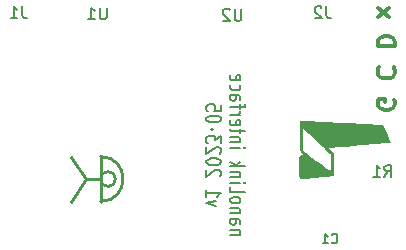
<source format=gbo>
G04 #@! TF.GenerationSoftware,KiCad,Pcbnew,(5.1.2-1)-1*
G04 #@! TF.CreationDate,2023-07-30T19:19:47+02:00*
G04 #@! TF.ProjectId,nanoLink,6e616e6f-4c69-46e6-9b2e-6b696361645f,rev?*
G04 #@! TF.SameCoordinates,Original*
G04 #@! TF.FileFunction,Legend,Bot*
G04 #@! TF.FilePolarity,Positive*
%FSLAX46Y46*%
G04 Gerber Fmt 4.6, Leading zero omitted, Abs format (unit mm)*
G04 Created by KiCad (PCBNEW (5.1.2-1)-1) date 2023-07-30 19:19:47*
%MOMM*%
%LPD*%
G04 APERTURE LIST*
%ADD10C,0.150000*%
%ADD11C,0.250000*%
%ADD12C,0.300000*%
%ADD13C,0.010000*%
%ADD14C,0.127000*%
%ADD15O,1.702000X1.702000*%
%ADD16C,1.702000*%
%ADD17R,1.702000X1.702000*%
%ADD18O,1.802000X1.802000*%
%ADD19R,1.802000X1.802000*%
G04 APERTURE END LIST*
D10*
X36224642Y-31399904D02*
X35377976Y-31399904D01*
X36103690Y-31399904D02*
X36164166Y-31352285D01*
X36224642Y-31257047D01*
X36224642Y-31114190D01*
X36164166Y-31018952D01*
X36043214Y-30971333D01*
X35377976Y-30971333D01*
X35377976Y-30066571D02*
X36043214Y-30066571D01*
X36164166Y-30114190D01*
X36224642Y-30209428D01*
X36224642Y-30399904D01*
X36164166Y-30495142D01*
X35438452Y-30066571D02*
X35377976Y-30161809D01*
X35377976Y-30399904D01*
X35438452Y-30495142D01*
X35559404Y-30542761D01*
X35680357Y-30542761D01*
X35801309Y-30495142D01*
X35861785Y-30399904D01*
X35861785Y-30161809D01*
X35922261Y-30066571D01*
X36224642Y-29590380D02*
X35377976Y-29590380D01*
X36103690Y-29590380D02*
X36164166Y-29542761D01*
X36224642Y-29447523D01*
X36224642Y-29304666D01*
X36164166Y-29209428D01*
X36043214Y-29161809D01*
X35377976Y-29161809D01*
X35377976Y-28542761D02*
X35438452Y-28638000D01*
X35498928Y-28685619D01*
X35619880Y-28733238D01*
X35982738Y-28733238D01*
X36103690Y-28685619D01*
X36164166Y-28638000D01*
X36224642Y-28542761D01*
X36224642Y-28399904D01*
X36164166Y-28304666D01*
X36103690Y-28257047D01*
X35982738Y-28209428D01*
X35619880Y-28209428D01*
X35498928Y-28257047D01*
X35438452Y-28304666D01*
X35377976Y-28399904D01*
X35377976Y-28542761D01*
X35377976Y-27304666D02*
X35377976Y-27780857D01*
X36647976Y-27780857D01*
X35377976Y-26971333D02*
X36224642Y-26971333D01*
X36647976Y-26971333D02*
X36587500Y-27018952D01*
X36527023Y-26971333D01*
X36587500Y-26923714D01*
X36647976Y-26971333D01*
X36527023Y-26971333D01*
X36224642Y-26495142D02*
X35377976Y-26495142D01*
X36103690Y-26495142D02*
X36164166Y-26447523D01*
X36224642Y-26352285D01*
X36224642Y-26209428D01*
X36164166Y-26114190D01*
X36043214Y-26066571D01*
X35377976Y-26066571D01*
X35377976Y-25590380D02*
X36647976Y-25590380D01*
X35861785Y-25495142D02*
X35377976Y-25209428D01*
X36224642Y-25209428D02*
X35740833Y-25590380D01*
X35377976Y-24018952D02*
X36224642Y-24018952D01*
X36647976Y-24018952D02*
X36587500Y-24066571D01*
X36527023Y-24018952D01*
X36587500Y-23971333D01*
X36647976Y-24018952D01*
X36527023Y-24018952D01*
X36224642Y-23542761D02*
X35377976Y-23542761D01*
X36103690Y-23542761D02*
X36164166Y-23495142D01*
X36224642Y-23399904D01*
X36224642Y-23257047D01*
X36164166Y-23161809D01*
X36043214Y-23114190D01*
X35377976Y-23114190D01*
X36224642Y-22780857D02*
X36224642Y-22399904D01*
X36647976Y-22638000D02*
X35559404Y-22638000D01*
X35438452Y-22590380D01*
X35377976Y-22495142D01*
X35377976Y-22399904D01*
X35438452Y-21685619D02*
X35377976Y-21780857D01*
X35377976Y-21971333D01*
X35438452Y-22066571D01*
X35559404Y-22114190D01*
X36043214Y-22114190D01*
X36164166Y-22066571D01*
X36224642Y-21971333D01*
X36224642Y-21780857D01*
X36164166Y-21685619D01*
X36043214Y-21638000D01*
X35922261Y-21638000D01*
X35801309Y-22114190D01*
X35377976Y-21209428D02*
X36224642Y-21209428D01*
X35982738Y-21209428D02*
X36103690Y-21161809D01*
X36164166Y-21114190D01*
X36224642Y-21018952D01*
X36224642Y-20923714D01*
X36224642Y-20733238D02*
X36224642Y-20352285D01*
X35377976Y-20590380D02*
X36466547Y-20590380D01*
X36587500Y-20542761D01*
X36647976Y-20447523D01*
X36647976Y-20352285D01*
X35377976Y-19590380D02*
X36043214Y-19590380D01*
X36164166Y-19638000D01*
X36224642Y-19733238D01*
X36224642Y-19923714D01*
X36164166Y-20018952D01*
X35438452Y-19590380D02*
X35377976Y-19685619D01*
X35377976Y-19923714D01*
X35438452Y-20018952D01*
X35559404Y-20066571D01*
X35680357Y-20066571D01*
X35801309Y-20018952D01*
X35861785Y-19923714D01*
X35861785Y-19685619D01*
X35922261Y-19590380D01*
X35438452Y-18685619D02*
X35377976Y-18780857D01*
X35377976Y-18971333D01*
X35438452Y-19066571D01*
X35498928Y-19114190D01*
X35619880Y-19161809D01*
X35982738Y-19161809D01*
X36103690Y-19114190D01*
X36164166Y-19066571D01*
X36224642Y-18971333D01*
X36224642Y-18780857D01*
X36164166Y-18685619D01*
X35438452Y-17876095D02*
X35377976Y-17971333D01*
X35377976Y-18161809D01*
X35438452Y-18257047D01*
X35559404Y-18304666D01*
X36043214Y-18304666D01*
X36164166Y-18257047D01*
X36224642Y-18161809D01*
X36224642Y-17971333D01*
X36164166Y-17876095D01*
X36043214Y-17828476D01*
X35922261Y-17828476D01*
X35801309Y-18304666D01*
X34169642Y-28971333D02*
X33322976Y-28733238D01*
X34169642Y-28495142D01*
X33322976Y-27590380D02*
X33322976Y-28161809D01*
X33322976Y-27876095D02*
X34592976Y-27876095D01*
X34411547Y-27971333D01*
X34290595Y-28066571D01*
X34230119Y-28161809D01*
X34472023Y-26447523D02*
X34532500Y-26399904D01*
X34592976Y-26304666D01*
X34592976Y-26066571D01*
X34532500Y-25971333D01*
X34472023Y-25923714D01*
X34351071Y-25876095D01*
X34230119Y-25876095D01*
X34048690Y-25923714D01*
X33322976Y-26495142D01*
X33322976Y-25876095D01*
X34592976Y-25257047D02*
X34592976Y-25161809D01*
X34532500Y-25066571D01*
X34472023Y-25018952D01*
X34351071Y-24971333D01*
X34109166Y-24923714D01*
X33806785Y-24923714D01*
X33564880Y-24971333D01*
X33443928Y-25018952D01*
X33383452Y-25066571D01*
X33322976Y-25161809D01*
X33322976Y-25257047D01*
X33383452Y-25352285D01*
X33443928Y-25399904D01*
X33564880Y-25447523D01*
X33806785Y-25495142D01*
X34109166Y-25495142D01*
X34351071Y-25447523D01*
X34472023Y-25399904D01*
X34532500Y-25352285D01*
X34592976Y-25257047D01*
X34472023Y-24542761D02*
X34532500Y-24495142D01*
X34592976Y-24399904D01*
X34592976Y-24161809D01*
X34532500Y-24066571D01*
X34472023Y-24018952D01*
X34351071Y-23971333D01*
X34230119Y-23971333D01*
X34048690Y-24018952D01*
X33322976Y-24590380D01*
X33322976Y-23971333D01*
X34592976Y-23638000D02*
X34592976Y-23018952D01*
X34109166Y-23352285D01*
X34109166Y-23209428D01*
X34048690Y-23114190D01*
X33988214Y-23066571D01*
X33867261Y-23018952D01*
X33564880Y-23018952D01*
X33443928Y-23066571D01*
X33383452Y-23114190D01*
X33322976Y-23209428D01*
X33322976Y-23495142D01*
X33383452Y-23590380D01*
X33443928Y-23638000D01*
X33867261Y-22447523D02*
X33806785Y-22495142D01*
X33746309Y-22447523D01*
X33806785Y-22399904D01*
X33867261Y-22447523D01*
X33746309Y-22447523D01*
X34592976Y-21638000D02*
X34592976Y-21542761D01*
X34532500Y-21447523D01*
X34472023Y-21399904D01*
X34351071Y-21352285D01*
X34109166Y-21304666D01*
X33806785Y-21304666D01*
X33564880Y-21352285D01*
X33443928Y-21399904D01*
X33383452Y-21447523D01*
X33322976Y-21542761D01*
X33322976Y-21638000D01*
X33383452Y-21733238D01*
X33443928Y-21780857D01*
X33564880Y-21828476D01*
X33806785Y-21876095D01*
X34109166Y-21876095D01*
X34351071Y-21828476D01*
X34472023Y-21780857D01*
X34532500Y-21733238D01*
X34592976Y-21638000D01*
X34592976Y-20399904D02*
X34592976Y-20876095D01*
X33988214Y-20923714D01*
X34048690Y-20876095D01*
X34109166Y-20780857D01*
X34109166Y-20542761D01*
X34048690Y-20447523D01*
X33988214Y-20399904D01*
X33867261Y-20352285D01*
X33564880Y-20352285D01*
X33443928Y-20399904D01*
X33383452Y-20447523D01*
X33322976Y-20542761D01*
X33322976Y-20780857D01*
X33383452Y-20876095D01*
X33443928Y-20923714D01*
D11*
X23114000Y-26670000D02*
X21844000Y-28575000D01*
X23114000Y-26670000D02*
X21844000Y-24765000D01*
X24384000Y-26670000D02*
X23114000Y-26670000D01*
X25654000Y-26670000D02*
G75*
G03X25654000Y-26670000I-635000J0D01*
G01*
X24384000Y-24765000D02*
X24384000Y-28575000D01*
X24384000Y-24765000D02*
G75*
G02X24384000Y-28575000I0J-1905000D01*
G01*
D12*
X49264000Y-19938571D02*
X49335428Y-20081428D01*
X49335428Y-20295714D01*
X49264000Y-20510000D01*
X49121142Y-20652857D01*
X48978285Y-20724285D01*
X48692571Y-20795714D01*
X48478285Y-20795714D01*
X48192571Y-20724285D01*
X48049714Y-20652857D01*
X47906857Y-20510000D01*
X47835428Y-20295714D01*
X47835428Y-20152857D01*
X47906857Y-19938571D01*
X47978285Y-19867142D01*
X48478285Y-19867142D01*
X48478285Y-20152857D01*
X47978285Y-17224285D02*
X47906857Y-17295714D01*
X47835428Y-17510000D01*
X47835428Y-17652857D01*
X47906857Y-17867142D01*
X48049714Y-18010000D01*
X48192571Y-18081428D01*
X48478285Y-18152857D01*
X48692571Y-18152857D01*
X48978285Y-18081428D01*
X49121142Y-18010000D01*
X49264000Y-17867142D01*
X49335428Y-17652857D01*
X49335428Y-17510000D01*
X49264000Y-17295714D01*
X49192571Y-17224285D01*
X47835428Y-15438571D02*
X49335428Y-15438571D01*
X49335428Y-15081428D01*
X49264000Y-14867142D01*
X49121142Y-14724285D01*
X48978285Y-14652857D01*
X48692571Y-14581428D01*
X48478285Y-14581428D01*
X48192571Y-14652857D01*
X48049714Y-14724285D01*
X47906857Y-14867142D01*
X47835428Y-15081428D01*
X47835428Y-15438571D01*
X47835428Y-12938571D02*
X48835428Y-12152857D01*
X48835428Y-12938571D02*
X47835428Y-12152857D01*
D13*
G36*
X48848118Y-23419348D02*
G01*
X48757452Y-23226934D01*
X48619458Y-22953676D01*
X48536331Y-22794503D01*
X48175333Y-22110447D01*
X47498000Y-22064755D01*
X47203304Y-22046549D01*
X46777574Y-22022498D01*
X46258928Y-21994641D01*
X45685482Y-21965019D01*
X45095352Y-21935672D01*
X45000333Y-21931062D01*
X44386267Y-21901078D01*
X43759332Y-21869941D01*
X43164277Y-21839910D01*
X42645849Y-21813245D01*
X42248798Y-21792206D01*
X42227500Y-21791045D01*
X41275000Y-21739031D01*
X41275000Y-23026778D01*
X41276219Y-23521014D01*
X41282364Y-23874239D01*
X41297163Y-24114768D01*
X41324345Y-24270919D01*
X41367638Y-24371009D01*
X41430771Y-24443354D01*
X41465500Y-24473446D01*
X41656000Y-24632367D01*
X41474558Y-24635184D01*
X41357609Y-24655357D01*
X41277475Y-24729029D01*
X41227468Y-24882334D01*
X41200898Y-25141408D01*
X41191074Y-25532385D01*
X41190333Y-25745592D01*
X41193434Y-26131590D01*
X41206274Y-26378365D01*
X41234162Y-26515966D01*
X41282405Y-26574445D01*
X41338500Y-26584460D01*
X41523254Y-26575950D01*
X41832305Y-26554264D01*
X42221478Y-26523266D01*
X42646596Y-26486817D01*
X43063482Y-26448778D01*
X43427959Y-26413012D01*
X43695852Y-26383380D01*
X43793833Y-26369821D01*
X43830096Y-26363738D01*
X43830096Y-25992667D01*
X43705193Y-25941943D01*
X43480173Y-25804065D01*
X43183046Y-25600477D01*
X42841819Y-25352622D01*
X42484501Y-25081945D01*
X42139100Y-24809888D01*
X41833625Y-24557895D01*
X41596084Y-24347410D01*
X41454485Y-24199875D01*
X41427647Y-24153325D01*
X41419417Y-24018696D01*
X41417530Y-23756823D01*
X41421939Y-23409676D01*
X41428817Y-23135998D01*
X41455635Y-22246741D01*
X42275484Y-23043460D01*
X42621704Y-23376456D01*
X42965436Y-23701069D01*
X43267872Y-23981005D01*
X43490202Y-24179970D01*
X43497500Y-24186264D01*
X43899666Y-24532349D01*
X43899666Y-25262508D01*
X43892214Y-25590314D01*
X43872307Y-25841913D01*
X43843623Y-25978718D01*
X43830096Y-25992667D01*
X43830096Y-26363738D01*
X44069000Y-26323661D01*
X44069763Y-25374997D01*
X44070526Y-24426334D01*
X43801158Y-24204928D01*
X43531789Y-23983522D01*
X44075561Y-23932442D01*
X44313512Y-23910722D01*
X44689224Y-23877201D01*
X45171745Y-23834607D01*
X45730129Y-23785663D01*
X46333424Y-23733095D01*
X46736000Y-23698186D01*
X47315090Y-23647450D01*
X47835515Y-23600663D01*
X48274407Y-23559978D01*
X48608898Y-23527549D01*
X48816121Y-23505529D01*
X48874998Y-23496785D01*
X48848118Y-23419348D01*
X48848118Y-23419348D01*
G37*
X48848118Y-23419348D02*
X48757452Y-23226934D01*
X48619458Y-22953676D01*
X48536331Y-22794503D01*
X48175333Y-22110447D01*
X47498000Y-22064755D01*
X47203304Y-22046549D01*
X46777574Y-22022498D01*
X46258928Y-21994641D01*
X45685482Y-21965019D01*
X45095352Y-21935672D01*
X45000333Y-21931062D01*
X44386267Y-21901078D01*
X43759332Y-21869941D01*
X43164277Y-21839910D01*
X42645849Y-21813245D01*
X42248798Y-21792206D01*
X42227500Y-21791045D01*
X41275000Y-21739031D01*
X41275000Y-23026778D01*
X41276219Y-23521014D01*
X41282364Y-23874239D01*
X41297163Y-24114768D01*
X41324345Y-24270919D01*
X41367638Y-24371009D01*
X41430771Y-24443354D01*
X41465500Y-24473446D01*
X41656000Y-24632367D01*
X41474558Y-24635184D01*
X41357609Y-24655357D01*
X41277475Y-24729029D01*
X41227468Y-24882334D01*
X41200898Y-25141408D01*
X41191074Y-25532385D01*
X41190333Y-25745592D01*
X41193434Y-26131590D01*
X41206274Y-26378365D01*
X41234162Y-26515966D01*
X41282405Y-26574445D01*
X41338500Y-26584460D01*
X41523254Y-26575950D01*
X41832305Y-26554264D01*
X42221478Y-26523266D01*
X42646596Y-26486817D01*
X43063482Y-26448778D01*
X43427959Y-26413012D01*
X43695852Y-26383380D01*
X43793833Y-26369821D01*
X43830096Y-26363738D01*
X43830096Y-25992667D01*
X43705193Y-25941943D01*
X43480173Y-25804065D01*
X43183046Y-25600477D01*
X42841819Y-25352622D01*
X42484501Y-25081945D01*
X42139100Y-24809888D01*
X41833625Y-24557895D01*
X41596084Y-24347410D01*
X41454485Y-24199875D01*
X41427647Y-24153325D01*
X41419417Y-24018696D01*
X41417530Y-23756823D01*
X41421939Y-23409676D01*
X41428817Y-23135998D01*
X41455635Y-22246741D01*
X42275484Y-23043460D01*
X42621704Y-23376456D01*
X42965436Y-23701069D01*
X43267872Y-23981005D01*
X43490202Y-24179970D01*
X43497500Y-24186264D01*
X43899666Y-24532349D01*
X43899666Y-25262508D01*
X43892214Y-25590314D01*
X43872307Y-25841913D01*
X43843623Y-25978718D01*
X43830096Y-25992667D01*
X43830096Y-26363738D01*
X44069000Y-26323661D01*
X44069763Y-25374997D01*
X44070526Y-24426334D01*
X43801158Y-24204928D01*
X43531789Y-23983522D01*
X44075561Y-23932442D01*
X44313512Y-23910722D01*
X44689224Y-23877201D01*
X45171745Y-23834607D01*
X45730129Y-23785663D01*
X46333424Y-23733095D01*
X46736000Y-23698186D01*
X47315090Y-23647450D01*
X47835515Y-23600663D01*
X48274407Y-23559978D01*
X48608898Y-23527549D01*
X48816121Y-23505529D01*
X48874998Y-23496785D01*
X48848118Y-23419348D01*
D10*
X48426666Y-26487380D02*
X48760000Y-26011190D01*
X48998095Y-26487380D02*
X48998095Y-25487380D01*
X48617142Y-25487380D01*
X48521904Y-25535000D01*
X48474285Y-25582619D01*
X48426666Y-25677857D01*
X48426666Y-25820714D01*
X48474285Y-25915952D01*
X48521904Y-25963571D01*
X48617142Y-26011190D01*
X48998095Y-26011190D01*
X47474285Y-26487380D02*
X48045714Y-26487380D01*
X47760000Y-26487380D02*
X47760000Y-25487380D01*
X47855238Y-25630238D01*
X47950476Y-25725476D01*
X48045714Y-25773095D01*
X36306904Y-12262380D02*
X36306904Y-13071904D01*
X36259285Y-13167142D01*
X36211666Y-13214761D01*
X36116428Y-13262380D01*
X35925952Y-13262380D01*
X35830714Y-13214761D01*
X35783095Y-13167142D01*
X35735476Y-13071904D01*
X35735476Y-12262380D01*
X35306904Y-12357619D02*
X35259285Y-12310000D01*
X35164047Y-12262380D01*
X34925952Y-12262380D01*
X34830714Y-12310000D01*
X34783095Y-12357619D01*
X34735476Y-12452857D01*
X34735476Y-12548095D01*
X34783095Y-12690952D01*
X35354523Y-13262380D01*
X34735476Y-13262380D01*
X24891904Y-12152380D02*
X24891904Y-12961904D01*
X24844285Y-13057142D01*
X24796666Y-13104761D01*
X24701428Y-13152380D01*
X24510952Y-13152380D01*
X24415714Y-13104761D01*
X24368095Y-13057142D01*
X24320476Y-12961904D01*
X24320476Y-12152380D01*
X23320476Y-13152380D02*
X23891904Y-13152380D01*
X23606190Y-13152380D02*
X23606190Y-12152380D01*
X23701428Y-12295238D01*
X23796666Y-12390476D01*
X23891904Y-12438095D01*
D14*
X43948333Y-32035714D02*
X43986428Y-32073809D01*
X44100714Y-32111904D01*
X44176904Y-32111904D01*
X44291190Y-32073809D01*
X44367380Y-31997619D01*
X44405476Y-31921428D01*
X44443571Y-31769047D01*
X44443571Y-31654761D01*
X44405476Y-31502380D01*
X44367380Y-31426190D01*
X44291190Y-31350000D01*
X44176904Y-31311904D01*
X44100714Y-31311904D01*
X43986428Y-31350000D01*
X43948333Y-31388095D01*
X43186428Y-32111904D02*
X43643571Y-32111904D01*
X43415000Y-32111904D02*
X43415000Y-31311904D01*
X43491190Y-31426190D01*
X43567380Y-31502380D01*
X43643571Y-31540476D01*
D10*
X43513333Y-12062380D02*
X43513333Y-12776666D01*
X43560952Y-12919523D01*
X43656190Y-13014761D01*
X43799047Y-13062380D01*
X43894285Y-13062380D01*
X43084761Y-12157619D02*
X43037142Y-12110000D01*
X42941904Y-12062380D01*
X42703809Y-12062380D01*
X42608571Y-12110000D01*
X42560952Y-12157619D01*
X42513333Y-12252857D01*
X42513333Y-12348095D01*
X42560952Y-12490952D01*
X43132380Y-13062380D01*
X42513333Y-13062380D01*
X17768333Y-12062380D02*
X17768333Y-12776666D01*
X17815952Y-12919523D01*
X17911190Y-13014761D01*
X18054047Y-13062380D01*
X18149285Y-13062380D01*
X16768333Y-13062380D02*
X17339761Y-13062380D01*
X17054047Y-13062380D02*
X17054047Y-12062380D01*
X17149285Y-12205238D01*
X17244523Y-12300476D01*
X17339761Y-12348095D01*
%LPC*%
D15*
X48260000Y-27940000D03*
D16*
X48260000Y-30480000D03*
D15*
X39355000Y-12700000D03*
X31735000Y-30480000D03*
X39355000Y-15240000D03*
X31735000Y-27940000D03*
X39355000Y-17780000D03*
X31735000Y-25400000D03*
X39355000Y-20320000D03*
X31735000Y-22860000D03*
X39355000Y-22860000D03*
X31735000Y-20320000D03*
X39355000Y-25400000D03*
X31735000Y-17780000D03*
X39355000Y-27940000D03*
X31735000Y-15240000D03*
X39355000Y-30480000D03*
D17*
X31735000Y-12700000D03*
D15*
X27940000Y-12700000D03*
X20320000Y-30480000D03*
X27940000Y-15240000D03*
X20320000Y-27940000D03*
X27940000Y-17780000D03*
X20320000Y-25400000D03*
X27940000Y-20320000D03*
X20320000Y-22860000D03*
X27940000Y-22860000D03*
X20320000Y-20320000D03*
X27940000Y-25400000D03*
X20320000Y-17780000D03*
X27940000Y-27940000D03*
X20320000Y-15240000D03*
X27940000Y-30480000D03*
D17*
X20320000Y-12700000D03*
D16*
X45045000Y-30480000D03*
X42545000Y-30480000D03*
D18*
X45720000Y-20320000D03*
X45720000Y-17780000D03*
X45720000Y-15240000D03*
D19*
X45720000Y-12700000D03*
D18*
X12700000Y-30480000D03*
X15240000Y-30480000D03*
X12700000Y-27940000D03*
X15240000Y-27940000D03*
X12700000Y-25400000D03*
X15240000Y-25400000D03*
X12700000Y-22860000D03*
X15240000Y-22860000D03*
X12700000Y-20320000D03*
X15240000Y-20320000D03*
X12700000Y-17780000D03*
X15240000Y-17780000D03*
X12700000Y-15240000D03*
X15240000Y-15240000D03*
X12700000Y-12700000D03*
D19*
X15240000Y-12700000D03*
M02*

</source>
